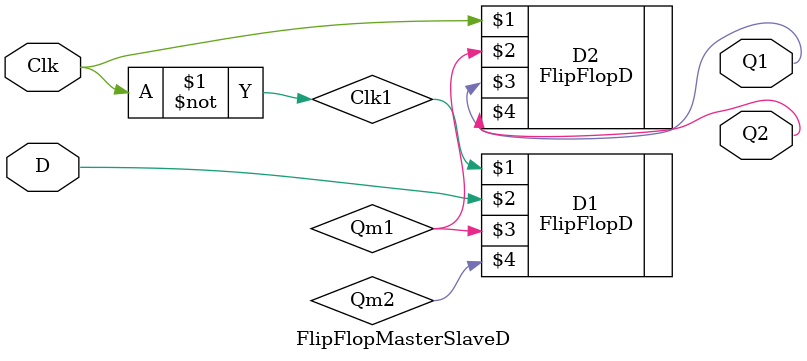
<source format=v>
module part3(SW, LEDG);
	input [9:0] SW;
	output [9:0]LEDG;
	
	FlipFlopMasterSlaveD D1(SW[1], SW[0], LEDG[0], LEDG[1]);
	
endmodule	

module FlipFlopMasterSlaveD(Clk, D, Q1, Q2);
	input Clk, D;
	output Q1, Q2;
		
	wire Qm1, Qm2, Clk1;
	
	assign Clk1 = ~Clk;
	
	FlipFlopD D1(Clk1, D,Qm1, Qm2);
	FlipFlopD D2(Clk, Qm1, Q1, Q2);
	
endmodule	
	
	
</source>
